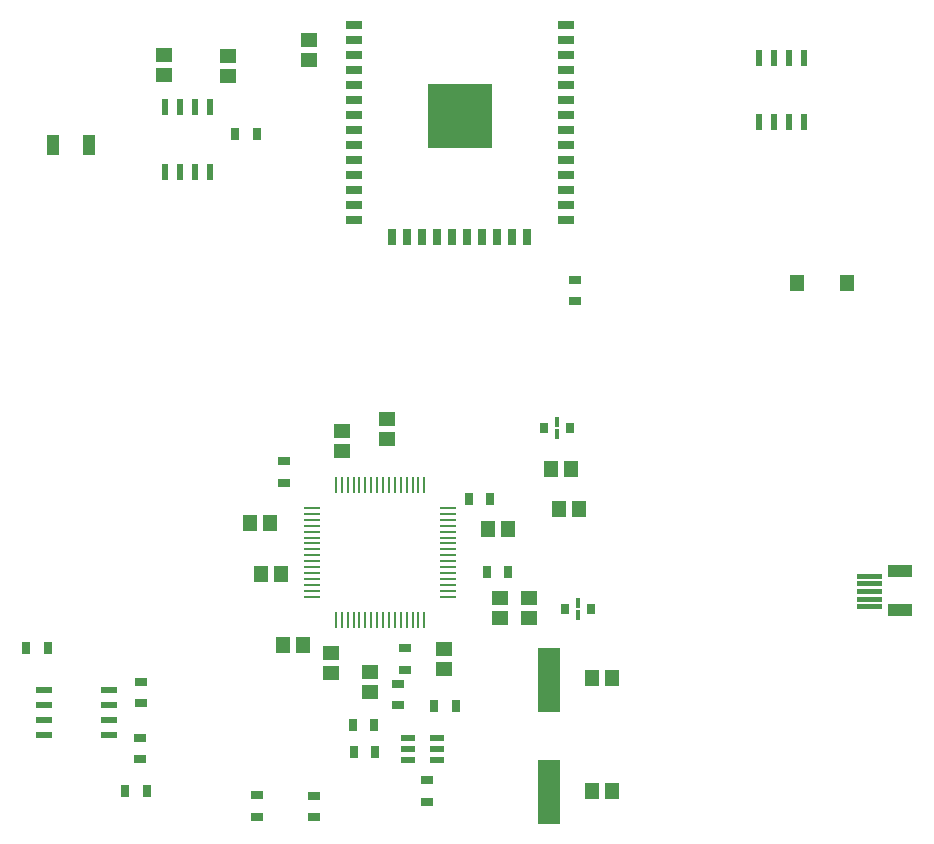
<source format=gtp>
G04 EAGLE Gerber RS-274X export*
G75*
%MOMM*%
%FSLAX34Y34*%
%LPD*%
%INSolderpaste Top*%
%IPPOS*%
%AMOC8*
5,1,8,0,0,1.08239X$1,22.5*%
G01*
%ADD10R,1.370000X1.170000*%
%ADD11R,1.170000X1.370000*%
%ADD12R,1.143000X1.343000*%
%ADD13R,0.698400X0.898400*%
%ADD14R,0.298400X0.898400*%
%ADD15R,1.890000X5.390000*%
%ADD16R,0.548400X1.423400*%
%ADD17R,1.373400X0.198400*%
%ADD18R,0.198400X1.373400*%
%ADD19R,1.298400X0.498400*%
%ADD20R,1.423400X0.548400*%
%ADD21R,1.098400X0.698400*%
%ADD22R,0.698400X1.098400*%
%ADD23R,1.053000X1.703000*%
%ADD24R,0.498400X1.448400*%
%ADD25C,0.003481*%
%ADD26R,1.990000X0.990000*%
%ADD27R,1.398400X0.798400*%
%ADD28R,0.798400X1.398400*%
%ADD29R,5.492000X5.492000*%


D10*
X259335Y961155D03*
X259335Y978155D03*
X373748Y462685D03*
X373748Y445685D03*
X311020Y443198D03*
X311020Y426198D03*
D11*
X410823Y564352D03*
X427823Y564352D03*
D10*
X286895Y630561D03*
X286895Y647561D03*
X325442Y640975D03*
X325442Y657975D03*
D11*
X235578Y526064D03*
X218578Y526064D03*
X225914Y569257D03*
X208914Y569257D03*
X480811Y614977D03*
X463811Y614977D03*
X470548Y581599D03*
X487548Y581599D03*
D10*
X445079Y506036D03*
X445079Y489036D03*
X420832Y506234D03*
X420832Y489234D03*
X136600Y949100D03*
X136600Y966100D03*
X190123Y947665D03*
X190123Y964665D03*
D11*
X498770Y342247D03*
X515770Y342247D03*
X498787Y437859D03*
X515787Y437859D03*
D10*
X277902Y459680D03*
X277902Y442680D03*
D11*
X253884Y466158D03*
X236884Y466158D03*
D12*
X671900Y772300D03*
X714900Y772300D03*
D13*
X497740Y496539D03*
D14*
X486740Y501539D03*
D13*
X475740Y496539D03*
D14*
X486740Y491539D03*
D13*
X480450Y649628D03*
D14*
X469450Y654628D03*
D13*
X458450Y649628D03*
D14*
X469450Y644628D03*
D15*
X462202Y436700D03*
X462202Y341700D03*
D16*
X175617Y921319D03*
X162917Y921319D03*
X150217Y921319D03*
X137517Y921319D03*
X137517Y867079D03*
X150217Y867079D03*
X162917Y867079D03*
X175617Y867079D03*
D17*
X376680Y507200D03*
X376680Y512200D03*
X376680Y517200D03*
X376680Y522200D03*
X376680Y527200D03*
X376680Y532200D03*
X376680Y537200D03*
X376680Y542200D03*
X376680Y547200D03*
X376680Y552200D03*
X376680Y557200D03*
X376680Y562200D03*
X376680Y567200D03*
X376680Y572200D03*
X376680Y577200D03*
X376680Y582200D03*
D18*
X356800Y602080D03*
X351800Y602080D03*
X346800Y602080D03*
X341800Y602080D03*
X336800Y602080D03*
X331800Y602080D03*
X326800Y602080D03*
X321800Y602080D03*
X316800Y602080D03*
X311800Y602080D03*
X306800Y602080D03*
X301800Y602080D03*
X296800Y602080D03*
X291800Y602080D03*
X286800Y602080D03*
X281800Y602080D03*
D17*
X261920Y582200D03*
X261920Y577200D03*
X261920Y572200D03*
X261920Y567200D03*
X261920Y562200D03*
X261920Y557200D03*
X261920Y552200D03*
X261920Y547200D03*
X261920Y542200D03*
X261920Y537200D03*
X261920Y532200D03*
X261920Y527200D03*
X261920Y522200D03*
X261920Y517200D03*
X261920Y512200D03*
X261920Y507200D03*
D18*
X281800Y487320D03*
X286800Y487320D03*
X291800Y487320D03*
X296800Y487320D03*
X301800Y487320D03*
X306800Y487320D03*
X311800Y487320D03*
X316800Y487320D03*
X321800Y487320D03*
X326800Y487320D03*
X331800Y487320D03*
X336800Y487320D03*
X341800Y487320D03*
X346800Y487320D03*
X351800Y487320D03*
X356800Y487320D03*
D19*
X342809Y387840D03*
X342809Y378340D03*
X342809Y368840D03*
X367809Y368840D03*
X367809Y378340D03*
X367809Y387840D03*
D20*
X89370Y389983D03*
X89370Y402683D03*
X89370Y415383D03*
X89370Y428083D03*
X35130Y428083D03*
X35130Y415383D03*
X35130Y402683D03*
X35130Y389983D03*
D21*
X483923Y775324D03*
X483923Y757324D03*
D22*
X296391Y398782D03*
X314391Y398782D03*
D21*
X215376Y338809D03*
X215376Y320809D03*
X263033Y338431D03*
X263033Y320431D03*
X116214Y387533D03*
X116214Y369533D03*
D22*
X37805Y463532D03*
X19805Y463532D03*
X121557Y342688D03*
X103557Y342688D03*
D21*
X116964Y434901D03*
X116964Y416901D03*
D22*
X214769Y898745D03*
X196769Y898745D03*
X412664Y590067D03*
X394664Y590067D03*
X409741Y527639D03*
X427741Y527639D03*
X365190Y414878D03*
X383190Y414878D03*
D21*
X358650Y333536D03*
X358650Y351536D03*
D22*
X315161Y375216D03*
X297161Y375216D03*
D23*
X42500Y889300D03*
X72900Y889300D03*
D24*
X677900Y963300D03*
X665200Y963300D03*
X652500Y963300D03*
X639800Y963300D03*
X677900Y909300D03*
X665200Y909300D03*
X652500Y909300D03*
X639800Y909300D03*
D25*
X743375Y507125D02*
X743375Y503675D01*
X723425Y503675D01*
X723425Y507125D01*
X743375Y507125D01*
X743375Y503708D02*
X723425Y503708D01*
X723425Y503741D02*
X743375Y503741D01*
X743375Y503774D02*
X723425Y503774D01*
X723425Y503807D02*
X743375Y503807D01*
X743375Y503840D02*
X723425Y503840D01*
X723425Y503873D02*
X743375Y503873D01*
X743375Y503906D02*
X723425Y503906D01*
X723425Y503939D02*
X743375Y503939D01*
X743375Y503972D02*
X723425Y503972D01*
X723425Y504005D02*
X743375Y504005D01*
X743375Y504038D02*
X723425Y504038D01*
X723425Y504071D02*
X743375Y504071D01*
X743375Y504104D02*
X723425Y504104D01*
X723425Y504137D02*
X743375Y504137D01*
X743375Y504170D02*
X723425Y504170D01*
X723425Y504203D02*
X743375Y504203D01*
X743375Y504236D02*
X723425Y504236D01*
X723425Y504269D02*
X743375Y504269D01*
X743375Y504302D02*
X723425Y504302D01*
X723425Y504335D02*
X743375Y504335D01*
X743375Y504368D02*
X723425Y504368D01*
X723425Y504401D02*
X743375Y504401D01*
X743375Y504434D02*
X723425Y504434D01*
X723425Y504467D02*
X743375Y504467D01*
X743375Y504500D02*
X723425Y504500D01*
X723425Y504533D02*
X743375Y504533D01*
X743375Y504566D02*
X723425Y504566D01*
X723425Y504599D02*
X743375Y504599D01*
X743375Y504632D02*
X723425Y504632D01*
X723425Y504665D02*
X743375Y504665D01*
X743375Y504698D02*
X723425Y504698D01*
X723425Y504731D02*
X743375Y504731D01*
X743375Y504764D02*
X723425Y504764D01*
X723425Y504797D02*
X743375Y504797D01*
X743375Y504830D02*
X723425Y504830D01*
X723425Y504863D02*
X743375Y504863D01*
X743375Y504896D02*
X723425Y504896D01*
X723425Y504929D02*
X743375Y504929D01*
X743375Y504962D02*
X723425Y504962D01*
X723425Y504995D02*
X743375Y504995D01*
X743375Y505028D02*
X723425Y505028D01*
X723425Y505061D02*
X743375Y505061D01*
X743375Y505094D02*
X723425Y505094D01*
X723425Y505127D02*
X743375Y505127D01*
X743375Y505160D02*
X723425Y505160D01*
X723425Y505193D02*
X743375Y505193D01*
X743375Y505226D02*
X723425Y505226D01*
X723425Y505259D02*
X743375Y505259D01*
X743375Y505292D02*
X723425Y505292D01*
X723425Y505325D02*
X743375Y505325D01*
X743375Y505358D02*
X723425Y505358D01*
X723425Y505391D02*
X743375Y505391D01*
X743375Y505424D02*
X723425Y505424D01*
X723425Y505457D02*
X743375Y505457D01*
X743375Y505490D02*
X723425Y505490D01*
X723425Y505523D02*
X743375Y505523D01*
X743375Y505556D02*
X723425Y505556D01*
X723425Y505589D02*
X743375Y505589D01*
X743375Y505622D02*
X723425Y505622D01*
X723425Y505655D02*
X743375Y505655D01*
X743375Y505688D02*
X723425Y505688D01*
X723425Y505721D02*
X743375Y505721D01*
X743375Y505754D02*
X723425Y505754D01*
X723425Y505787D02*
X743375Y505787D01*
X743375Y505820D02*
X723425Y505820D01*
X723425Y505853D02*
X743375Y505853D01*
X743375Y505886D02*
X723425Y505886D01*
X723425Y505919D02*
X743375Y505919D01*
X743375Y505952D02*
X723425Y505952D01*
X723425Y505985D02*
X743375Y505985D01*
X743375Y506018D02*
X723425Y506018D01*
X723425Y506051D02*
X743375Y506051D01*
X743375Y506084D02*
X723425Y506084D01*
X723425Y506117D02*
X743375Y506117D01*
X743375Y506150D02*
X723425Y506150D01*
X723425Y506183D02*
X743375Y506183D01*
X743375Y506216D02*
X723425Y506216D01*
X723425Y506249D02*
X743375Y506249D01*
X743375Y506282D02*
X723425Y506282D01*
X723425Y506315D02*
X743375Y506315D01*
X743375Y506348D02*
X723425Y506348D01*
X723425Y506381D02*
X743375Y506381D01*
X743375Y506414D02*
X723425Y506414D01*
X723425Y506447D02*
X743375Y506447D01*
X743375Y506480D02*
X723425Y506480D01*
X723425Y506513D02*
X743375Y506513D01*
X743375Y506546D02*
X723425Y506546D01*
X723425Y506579D02*
X743375Y506579D01*
X743375Y506612D02*
X723425Y506612D01*
X723425Y506645D02*
X743375Y506645D01*
X743375Y506678D02*
X723425Y506678D01*
X723425Y506711D02*
X743375Y506711D01*
X743375Y506744D02*
X723425Y506744D01*
X723425Y506777D02*
X743375Y506777D01*
X743375Y506810D02*
X723425Y506810D01*
X723425Y506843D02*
X743375Y506843D01*
X743375Y506876D02*
X723425Y506876D01*
X723425Y506909D02*
X743375Y506909D01*
X743375Y506942D02*
X723425Y506942D01*
X723425Y506975D02*
X743375Y506975D01*
X743375Y507008D02*
X723425Y507008D01*
X723425Y507041D02*
X743375Y507041D01*
X743375Y507074D02*
X723425Y507074D01*
X723425Y507107D02*
X743375Y507107D01*
X743375Y500625D02*
X743375Y497175D01*
X723425Y497175D01*
X723425Y500625D01*
X743375Y500625D01*
X743375Y497208D02*
X723425Y497208D01*
X723425Y497241D02*
X743375Y497241D01*
X743375Y497274D02*
X723425Y497274D01*
X723425Y497307D02*
X743375Y497307D01*
X743375Y497340D02*
X723425Y497340D01*
X723425Y497373D02*
X743375Y497373D01*
X743375Y497406D02*
X723425Y497406D01*
X723425Y497439D02*
X743375Y497439D01*
X743375Y497472D02*
X723425Y497472D01*
X723425Y497505D02*
X743375Y497505D01*
X743375Y497538D02*
X723425Y497538D01*
X723425Y497571D02*
X743375Y497571D01*
X743375Y497604D02*
X723425Y497604D01*
X723425Y497637D02*
X743375Y497637D01*
X743375Y497670D02*
X723425Y497670D01*
X723425Y497703D02*
X743375Y497703D01*
X743375Y497736D02*
X723425Y497736D01*
X723425Y497769D02*
X743375Y497769D01*
X743375Y497802D02*
X723425Y497802D01*
X723425Y497835D02*
X743375Y497835D01*
X743375Y497868D02*
X723425Y497868D01*
X723425Y497901D02*
X743375Y497901D01*
X743375Y497934D02*
X723425Y497934D01*
X723425Y497967D02*
X743375Y497967D01*
X743375Y498000D02*
X723425Y498000D01*
X723425Y498033D02*
X743375Y498033D01*
X743375Y498066D02*
X723425Y498066D01*
X723425Y498099D02*
X743375Y498099D01*
X743375Y498132D02*
X723425Y498132D01*
X723425Y498165D02*
X743375Y498165D01*
X743375Y498198D02*
X723425Y498198D01*
X723425Y498231D02*
X743375Y498231D01*
X743375Y498264D02*
X723425Y498264D01*
X723425Y498297D02*
X743375Y498297D01*
X743375Y498330D02*
X723425Y498330D01*
X723425Y498363D02*
X743375Y498363D01*
X743375Y498396D02*
X723425Y498396D01*
X723425Y498429D02*
X743375Y498429D01*
X743375Y498462D02*
X723425Y498462D01*
X723425Y498495D02*
X743375Y498495D01*
X743375Y498528D02*
X723425Y498528D01*
X723425Y498561D02*
X743375Y498561D01*
X743375Y498594D02*
X723425Y498594D01*
X723425Y498627D02*
X743375Y498627D01*
X743375Y498660D02*
X723425Y498660D01*
X723425Y498693D02*
X743375Y498693D01*
X743375Y498726D02*
X723425Y498726D01*
X723425Y498759D02*
X743375Y498759D01*
X743375Y498792D02*
X723425Y498792D01*
X723425Y498825D02*
X743375Y498825D01*
X743375Y498858D02*
X723425Y498858D01*
X723425Y498891D02*
X743375Y498891D01*
X743375Y498924D02*
X723425Y498924D01*
X723425Y498957D02*
X743375Y498957D01*
X743375Y498990D02*
X723425Y498990D01*
X723425Y499023D02*
X743375Y499023D01*
X743375Y499056D02*
X723425Y499056D01*
X723425Y499089D02*
X743375Y499089D01*
X743375Y499122D02*
X723425Y499122D01*
X723425Y499155D02*
X743375Y499155D01*
X743375Y499188D02*
X723425Y499188D01*
X723425Y499221D02*
X743375Y499221D01*
X743375Y499254D02*
X723425Y499254D01*
X723425Y499287D02*
X743375Y499287D01*
X743375Y499320D02*
X723425Y499320D01*
X723425Y499353D02*
X743375Y499353D01*
X743375Y499386D02*
X723425Y499386D01*
X723425Y499419D02*
X743375Y499419D01*
X743375Y499452D02*
X723425Y499452D01*
X723425Y499485D02*
X743375Y499485D01*
X743375Y499518D02*
X723425Y499518D01*
X723425Y499551D02*
X743375Y499551D01*
X743375Y499584D02*
X723425Y499584D01*
X723425Y499617D02*
X743375Y499617D01*
X743375Y499650D02*
X723425Y499650D01*
X723425Y499683D02*
X743375Y499683D01*
X743375Y499716D02*
X723425Y499716D01*
X723425Y499749D02*
X743375Y499749D01*
X743375Y499782D02*
X723425Y499782D01*
X723425Y499815D02*
X743375Y499815D01*
X743375Y499848D02*
X723425Y499848D01*
X723425Y499881D02*
X743375Y499881D01*
X743375Y499914D02*
X723425Y499914D01*
X723425Y499947D02*
X743375Y499947D01*
X743375Y499980D02*
X723425Y499980D01*
X723425Y500013D02*
X743375Y500013D01*
X743375Y500046D02*
X723425Y500046D01*
X723425Y500079D02*
X743375Y500079D01*
X743375Y500112D02*
X723425Y500112D01*
X723425Y500145D02*
X743375Y500145D01*
X743375Y500178D02*
X723425Y500178D01*
X723425Y500211D02*
X743375Y500211D01*
X743375Y500244D02*
X723425Y500244D01*
X723425Y500277D02*
X743375Y500277D01*
X743375Y500310D02*
X723425Y500310D01*
X723425Y500343D02*
X743375Y500343D01*
X743375Y500376D02*
X723425Y500376D01*
X723425Y500409D02*
X743375Y500409D01*
X743375Y500442D02*
X723425Y500442D01*
X723425Y500475D02*
X743375Y500475D01*
X743375Y500508D02*
X723425Y500508D01*
X723425Y500541D02*
X743375Y500541D01*
X743375Y500574D02*
X723425Y500574D01*
X723425Y500607D02*
X743375Y500607D01*
X743375Y510175D02*
X743375Y513625D01*
X743375Y510175D02*
X723425Y510175D01*
X723425Y513625D01*
X743375Y513625D01*
X743375Y510208D02*
X723425Y510208D01*
X723425Y510241D02*
X743375Y510241D01*
X743375Y510274D02*
X723425Y510274D01*
X723425Y510307D02*
X743375Y510307D01*
X743375Y510340D02*
X723425Y510340D01*
X723425Y510373D02*
X743375Y510373D01*
X743375Y510406D02*
X723425Y510406D01*
X723425Y510439D02*
X743375Y510439D01*
X743375Y510472D02*
X723425Y510472D01*
X723425Y510505D02*
X743375Y510505D01*
X743375Y510538D02*
X723425Y510538D01*
X723425Y510571D02*
X743375Y510571D01*
X743375Y510604D02*
X723425Y510604D01*
X723425Y510637D02*
X743375Y510637D01*
X743375Y510670D02*
X723425Y510670D01*
X723425Y510703D02*
X743375Y510703D01*
X743375Y510736D02*
X723425Y510736D01*
X723425Y510769D02*
X743375Y510769D01*
X743375Y510802D02*
X723425Y510802D01*
X723425Y510835D02*
X743375Y510835D01*
X743375Y510868D02*
X723425Y510868D01*
X723425Y510901D02*
X743375Y510901D01*
X743375Y510934D02*
X723425Y510934D01*
X723425Y510967D02*
X743375Y510967D01*
X743375Y511000D02*
X723425Y511000D01*
X723425Y511033D02*
X743375Y511033D01*
X743375Y511066D02*
X723425Y511066D01*
X723425Y511099D02*
X743375Y511099D01*
X743375Y511132D02*
X723425Y511132D01*
X723425Y511165D02*
X743375Y511165D01*
X743375Y511198D02*
X723425Y511198D01*
X723425Y511231D02*
X743375Y511231D01*
X743375Y511264D02*
X723425Y511264D01*
X723425Y511297D02*
X743375Y511297D01*
X743375Y511330D02*
X723425Y511330D01*
X723425Y511363D02*
X743375Y511363D01*
X743375Y511396D02*
X723425Y511396D01*
X723425Y511429D02*
X743375Y511429D01*
X743375Y511462D02*
X723425Y511462D01*
X723425Y511495D02*
X743375Y511495D01*
X743375Y511528D02*
X723425Y511528D01*
X723425Y511561D02*
X743375Y511561D01*
X743375Y511594D02*
X723425Y511594D01*
X723425Y511627D02*
X743375Y511627D01*
X743375Y511660D02*
X723425Y511660D01*
X723425Y511693D02*
X743375Y511693D01*
X743375Y511726D02*
X723425Y511726D01*
X723425Y511759D02*
X743375Y511759D01*
X743375Y511792D02*
X723425Y511792D01*
X723425Y511825D02*
X743375Y511825D01*
X743375Y511858D02*
X723425Y511858D01*
X723425Y511891D02*
X743375Y511891D01*
X743375Y511924D02*
X723425Y511924D01*
X723425Y511957D02*
X743375Y511957D01*
X743375Y511990D02*
X723425Y511990D01*
X723425Y512023D02*
X743375Y512023D01*
X743375Y512056D02*
X723425Y512056D01*
X723425Y512089D02*
X743375Y512089D01*
X743375Y512122D02*
X723425Y512122D01*
X723425Y512155D02*
X743375Y512155D01*
X743375Y512188D02*
X723425Y512188D01*
X723425Y512221D02*
X743375Y512221D01*
X743375Y512254D02*
X723425Y512254D01*
X723425Y512287D02*
X743375Y512287D01*
X743375Y512320D02*
X723425Y512320D01*
X723425Y512353D02*
X743375Y512353D01*
X743375Y512386D02*
X723425Y512386D01*
X723425Y512419D02*
X743375Y512419D01*
X743375Y512452D02*
X723425Y512452D01*
X723425Y512485D02*
X743375Y512485D01*
X743375Y512518D02*
X723425Y512518D01*
X723425Y512551D02*
X743375Y512551D01*
X743375Y512584D02*
X723425Y512584D01*
X723425Y512617D02*
X743375Y512617D01*
X743375Y512650D02*
X723425Y512650D01*
X723425Y512683D02*
X743375Y512683D01*
X743375Y512716D02*
X723425Y512716D01*
X723425Y512749D02*
X743375Y512749D01*
X743375Y512782D02*
X723425Y512782D01*
X723425Y512815D02*
X743375Y512815D01*
X743375Y512848D02*
X723425Y512848D01*
X723425Y512881D02*
X743375Y512881D01*
X743375Y512914D02*
X723425Y512914D01*
X723425Y512947D02*
X743375Y512947D01*
X743375Y512980D02*
X723425Y512980D01*
X723425Y513013D02*
X743375Y513013D01*
X743375Y513046D02*
X723425Y513046D01*
X723425Y513079D02*
X743375Y513079D01*
X743375Y513112D02*
X723425Y513112D01*
X723425Y513145D02*
X743375Y513145D01*
X743375Y513178D02*
X723425Y513178D01*
X723425Y513211D02*
X743375Y513211D01*
X743375Y513244D02*
X723425Y513244D01*
X723425Y513277D02*
X743375Y513277D01*
X743375Y513310D02*
X723425Y513310D01*
X723425Y513343D02*
X743375Y513343D01*
X743375Y513376D02*
X723425Y513376D01*
X723425Y513409D02*
X743375Y513409D01*
X743375Y513442D02*
X723425Y513442D01*
X723425Y513475D02*
X743375Y513475D01*
X743375Y513508D02*
X723425Y513508D01*
X723425Y513541D02*
X743375Y513541D01*
X743375Y513574D02*
X723425Y513574D01*
X723425Y513607D02*
X743375Y513607D01*
X743375Y523175D02*
X743375Y526625D01*
X743375Y523175D02*
X723425Y523175D01*
X723425Y526625D01*
X743375Y526625D01*
X743375Y523208D02*
X723425Y523208D01*
X723425Y523241D02*
X743375Y523241D01*
X743375Y523274D02*
X723425Y523274D01*
X723425Y523307D02*
X743375Y523307D01*
X743375Y523340D02*
X723425Y523340D01*
X723425Y523373D02*
X743375Y523373D01*
X743375Y523406D02*
X723425Y523406D01*
X723425Y523439D02*
X743375Y523439D01*
X743375Y523472D02*
X723425Y523472D01*
X723425Y523505D02*
X743375Y523505D01*
X743375Y523538D02*
X723425Y523538D01*
X723425Y523571D02*
X743375Y523571D01*
X743375Y523604D02*
X723425Y523604D01*
X723425Y523637D02*
X743375Y523637D01*
X743375Y523670D02*
X723425Y523670D01*
X723425Y523703D02*
X743375Y523703D01*
X743375Y523736D02*
X723425Y523736D01*
X723425Y523769D02*
X743375Y523769D01*
X743375Y523802D02*
X723425Y523802D01*
X723425Y523835D02*
X743375Y523835D01*
X743375Y523868D02*
X723425Y523868D01*
X723425Y523901D02*
X743375Y523901D01*
X743375Y523934D02*
X723425Y523934D01*
X723425Y523967D02*
X743375Y523967D01*
X743375Y524000D02*
X723425Y524000D01*
X723425Y524033D02*
X743375Y524033D01*
X743375Y524066D02*
X723425Y524066D01*
X723425Y524099D02*
X743375Y524099D01*
X743375Y524132D02*
X723425Y524132D01*
X723425Y524165D02*
X743375Y524165D01*
X743375Y524198D02*
X723425Y524198D01*
X723425Y524231D02*
X743375Y524231D01*
X743375Y524264D02*
X723425Y524264D01*
X723425Y524297D02*
X743375Y524297D01*
X743375Y524330D02*
X723425Y524330D01*
X723425Y524363D02*
X743375Y524363D01*
X743375Y524396D02*
X723425Y524396D01*
X723425Y524429D02*
X743375Y524429D01*
X743375Y524462D02*
X723425Y524462D01*
X723425Y524495D02*
X743375Y524495D01*
X743375Y524528D02*
X723425Y524528D01*
X723425Y524561D02*
X743375Y524561D01*
X743375Y524594D02*
X723425Y524594D01*
X723425Y524627D02*
X743375Y524627D01*
X743375Y524660D02*
X723425Y524660D01*
X723425Y524693D02*
X743375Y524693D01*
X743375Y524726D02*
X723425Y524726D01*
X723425Y524759D02*
X743375Y524759D01*
X743375Y524792D02*
X723425Y524792D01*
X723425Y524825D02*
X743375Y524825D01*
X743375Y524858D02*
X723425Y524858D01*
X723425Y524891D02*
X743375Y524891D01*
X743375Y524924D02*
X723425Y524924D01*
X723425Y524957D02*
X743375Y524957D01*
X743375Y524990D02*
X723425Y524990D01*
X723425Y525023D02*
X743375Y525023D01*
X743375Y525056D02*
X723425Y525056D01*
X723425Y525089D02*
X743375Y525089D01*
X743375Y525122D02*
X723425Y525122D01*
X723425Y525155D02*
X743375Y525155D01*
X743375Y525188D02*
X723425Y525188D01*
X723425Y525221D02*
X743375Y525221D01*
X743375Y525254D02*
X723425Y525254D01*
X723425Y525287D02*
X743375Y525287D01*
X743375Y525320D02*
X723425Y525320D01*
X723425Y525353D02*
X743375Y525353D01*
X743375Y525386D02*
X723425Y525386D01*
X723425Y525419D02*
X743375Y525419D01*
X743375Y525452D02*
X723425Y525452D01*
X723425Y525485D02*
X743375Y525485D01*
X743375Y525518D02*
X723425Y525518D01*
X723425Y525551D02*
X743375Y525551D01*
X743375Y525584D02*
X723425Y525584D01*
X723425Y525617D02*
X743375Y525617D01*
X743375Y525650D02*
X723425Y525650D01*
X723425Y525683D02*
X743375Y525683D01*
X743375Y525716D02*
X723425Y525716D01*
X723425Y525749D02*
X743375Y525749D01*
X743375Y525782D02*
X723425Y525782D01*
X723425Y525815D02*
X743375Y525815D01*
X743375Y525848D02*
X723425Y525848D01*
X723425Y525881D02*
X743375Y525881D01*
X743375Y525914D02*
X723425Y525914D01*
X723425Y525947D02*
X743375Y525947D01*
X743375Y525980D02*
X723425Y525980D01*
X723425Y526013D02*
X743375Y526013D01*
X743375Y526046D02*
X723425Y526046D01*
X723425Y526079D02*
X743375Y526079D01*
X743375Y526112D02*
X723425Y526112D01*
X723425Y526145D02*
X743375Y526145D01*
X743375Y526178D02*
X723425Y526178D01*
X723425Y526211D02*
X743375Y526211D01*
X743375Y526244D02*
X723425Y526244D01*
X723425Y526277D02*
X743375Y526277D01*
X743375Y526310D02*
X723425Y526310D01*
X723425Y526343D02*
X743375Y526343D01*
X743375Y526376D02*
X723425Y526376D01*
X723425Y526409D02*
X743375Y526409D01*
X743375Y526442D02*
X723425Y526442D01*
X723425Y526475D02*
X743375Y526475D01*
X743375Y526508D02*
X723425Y526508D01*
X723425Y526541D02*
X743375Y526541D01*
X743375Y526574D02*
X723425Y526574D01*
X723425Y526607D02*
X743375Y526607D01*
X743375Y520125D02*
X743375Y516675D01*
X723425Y516675D01*
X723425Y520125D01*
X743375Y520125D01*
X743375Y516708D02*
X723425Y516708D01*
X723425Y516741D02*
X743375Y516741D01*
X743375Y516774D02*
X723425Y516774D01*
X723425Y516807D02*
X743375Y516807D01*
X743375Y516840D02*
X723425Y516840D01*
X723425Y516873D02*
X743375Y516873D01*
X743375Y516906D02*
X723425Y516906D01*
X723425Y516939D02*
X743375Y516939D01*
X743375Y516972D02*
X723425Y516972D01*
X723425Y517005D02*
X743375Y517005D01*
X743375Y517038D02*
X723425Y517038D01*
X723425Y517071D02*
X743375Y517071D01*
X743375Y517104D02*
X723425Y517104D01*
X723425Y517137D02*
X743375Y517137D01*
X743375Y517170D02*
X723425Y517170D01*
X723425Y517203D02*
X743375Y517203D01*
X743375Y517236D02*
X723425Y517236D01*
X723425Y517269D02*
X743375Y517269D01*
X743375Y517302D02*
X723425Y517302D01*
X723425Y517335D02*
X743375Y517335D01*
X743375Y517368D02*
X723425Y517368D01*
X723425Y517401D02*
X743375Y517401D01*
X743375Y517434D02*
X723425Y517434D01*
X723425Y517467D02*
X743375Y517467D01*
X743375Y517500D02*
X723425Y517500D01*
X723425Y517533D02*
X743375Y517533D01*
X743375Y517566D02*
X723425Y517566D01*
X723425Y517599D02*
X743375Y517599D01*
X743375Y517632D02*
X723425Y517632D01*
X723425Y517665D02*
X743375Y517665D01*
X743375Y517698D02*
X723425Y517698D01*
X723425Y517731D02*
X743375Y517731D01*
X743375Y517764D02*
X723425Y517764D01*
X723425Y517797D02*
X743375Y517797D01*
X743375Y517830D02*
X723425Y517830D01*
X723425Y517863D02*
X743375Y517863D01*
X743375Y517896D02*
X723425Y517896D01*
X723425Y517929D02*
X743375Y517929D01*
X743375Y517962D02*
X723425Y517962D01*
X723425Y517995D02*
X743375Y517995D01*
X743375Y518028D02*
X723425Y518028D01*
X723425Y518061D02*
X743375Y518061D01*
X743375Y518094D02*
X723425Y518094D01*
X723425Y518127D02*
X743375Y518127D01*
X743375Y518160D02*
X723425Y518160D01*
X723425Y518193D02*
X743375Y518193D01*
X743375Y518226D02*
X723425Y518226D01*
X723425Y518259D02*
X743375Y518259D01*
X743375Y518292D02*
X723425Y518292D01*
X723425Y518325D02*
X743375Y518325D01*
X743375Y518358D02*
X723425Y518358D01*
X723425Y518391D02*
X743375Y518391D01*
X743375Y518424D02*
X723425Y518424D01*
X723425Y518457D02*
X743375Y518457D01*
X743375Y518490D02*
X723425Y518490D01*
X723425Y518523D02*
X743375Y518523D01*
X743375Y518556D02*
X723425Y518556D01*
X723425Y518589D02*
X743375Y518589D01*
X743375Y518622D02*
X723425Y518622D01*
X723425Y518655D02*
X743375Y518655D01*
X743375Y518688D02*
X723425Y518688D01*
X723425Y518721D02*
X743375Y518721D01*
X743375Y518754D02*
X723425Y518754D01*
X723425Y518787D02*
X743375Y518787D01*
X743375Y518820D02*
X723425Y518820D01*
X723425Y518853D02*
X743375Y518853D01*
X743375Y518886D02*
X723425Y518886D01*
X723425Y518919D02*
X743375Y518919D01*
X743375Y518952D02*
X723425Y518952D01*
X723425Y518985D02*
X743375Y518985D01*
X743375Y519018D02*
X723425Y519018D01*
X723425Y519051D02*
X743375Y519051D01*
X743375Y519084D02*
X723425Y519084D01*
X723425Y519117D02*
X743375Y519117D01*
X743375Y519150D02*
X723425Y519150D01*
X723425Y519183D02*
X743375Y519183D01*
X743375Y519216D02*
X723425Y519216D01*
X723425Y519249D02*
X743375Y519249D01*
X743375Y519282D02*
X723425Y519282D01*
X723425Y519315D02*
X743375Y519315D01*
X743375Y519348D02*
X723425Y519348D01*
X723425Y519381D02*
X743375Y519381D01*
X743375Y519414D02*
X723425Y519414D01*
X723425Y519447D02*
X743375Y519447D01*
X743375Y519480D02*
X723425Y519480D01*
X723425Y519513D02*
X743375Y519513D01*
X743375Y519546D02*
X723425Y519546D01*
X723425Y519579D02*
X743375Y519579D01*
X743375Y519612D02*
X723425Y519612D01*
X723425Y519645D02*
X743375Y519645D01*
X743375Y519678D02*
X723425Y519678D01*
X723425Y519711D02*
X743375Y519711D01*
X743375Y519744D02*
X723425Y519744D01*
X723425Y519777D02*
X743375Y519777D01*
X743375Y519810D02*
X723425Y519810D01*
X723425Y519843D02*
X743375Y519843D01*
X743375Y519876D02*
X723425Y519876D01*
X723425Y519909D02*
X743375Y519909D01*
X743375Y519942D02*
X723425Y519942D01*
X723425Y519975D02*
X743375Y519975D01*
X743375Y520008D02*
X723425Y520008D01*
X723425Y520041D02*
X743375Y520041D01*
X743375Y520074D02*
X723425Y520074D01*
X723425Y520107D02*
X743375Y520107D01*
D26*
X759700Y528600D03*
X759700Y495600D03*
D27*
X296900Y991400D03*
X296900Y978700D03*
X296900Y966000D03*
X296900Y953300D03*
X296900Y940600D03*
X296900Y927900D03*
X296900Y915200D03*
X296900Y902500D03*
X296900Y889800D03*
X296900Y877100D03*
X296900Y864400D03*
X296900Y851700D03*
X296900Y839000D03*
X296900Y826300D03*
D28*
X329750Y811400D03*
X342450Y811400D03*
X355150Y811400D03*
X367850Y811400D03*
X380550Y811400D03*
X393250Y811400D03*
X405950Y811400D03*
X418650Y811400D03*
X431350Y811400D03*
X444050Y811400D03*
D27*
X476900Y826300D03*
X476900Y839000D03*
X476900Y851700D03*
X476900Y864400D03*
X476900Y877100D03*
X476900Y889800D03*
X476900Y902500D03*
X476900Y915200D03*
X476900Y927900D03*
X476900Y940600D03*
X476900Y953300D03*
X476900Y966000D03*
X476900Y978700D03*
X476900Y991400D03*
D29*
X386900Y914400D03*
D21*
X340541Y445445D03*
X340541Y463445D03*
X238083Y621612D03*
X238083Y603612D03*
X334334Y415221D03*
X334334Y433221D03*
M02*

</source>
